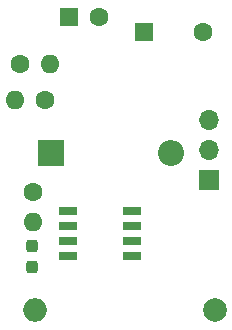
<source format=gbr>
%TF.GenerationSoftware,KiCad,Pcbnew,7.0.1*%
%TF.CreationDate,2023-05-04T19:00:15-07:00*%
%TF.ProjectId,LM2597-Adj,4c4d3235-3937-42d4-9164-6a2e6b696361,rev?*%
%TF.SameCoordinates,Original*%
%TF.FileFunction,Soldermask,Top*%
%TF.FilePolarity,Negative*%
%FSLAX46Y46*%
G04 Gerber Fmt 4.6, Leading zero omitted, Abs format (unit mm)*
G04 Created by KiCad (PCBNEW 7.0.1) date 2023-05-04 19:00:15*
%MOMM*%
%LPD*%
G01*
G04 APERTURE LIST*
G04 Aperture macros list*
%AMRoundRect*
0 Rectangle with rounded corners*
0 $1 Rounding radius*
0 $2 $3 $4 $5 $6 $7 $8 $9 X,Y pos of 4 corners*
0 Add a 4 corners polygon primitive as box body*
4,1,4,$2,$3,$4,$5,$6,$7,$8,$9,$2,$3,0*
0 Add four circle primitives for the rounded corners*
1,1,$1+$1,$2,$3*
1,1,$1+$1,$4,$5*
1,1,$1+$1,$6,$7*
1,1,$1+$1,$8,$9*
0 Add four rect primitives between the rounded corners*
20,1,$1+$1,$2,$3,$4,$5,0*
20,1,$1+$1,$4,$5,$6,$7,0*
20,1,$1+$1,$6,$7,$8,$9,0*
20,1,$1+$1,$8,$9,$2,$3,0*%
G04 Aperture macros list end*
%ADD10R,2.200000X2.200000*%
%ADD11O,2.200000X2.200000*%
%ADD12R,1.600000X1.600000*%
%ADD13C,1.600000*%
%ADD14O,1.600000X1.600000*%
%ADD15R,1.700000X1.700000*%
%ADD16O,1.700000X1.700000*%
%ADD17C,2.000000*%
%ADD18O,2.000000X2.000000*%
%ADD19RoundRect,0.237500X0.237500X-0.300000X0.237500X0.300000X-0.237500X0.300000X-0.237500X-0.300000X0*%
%ADD20R,1.528000X0.650000*%
G04 APERTURE END LIST*
D10*
%TO.C,D1*%
X163481551Y-78100872D03*
D11*
X173641551Y-78100872D03*
%TD*%
D12*
%TO.C,C5*%
X171376915Y-67848426D03*
D13*
X176376915Y-67848426D03*
%TD*%
%TO.C,R2*%
X160878104Y-70559999D03*
D14*
X163418104Y-70559999D03*
%TD*%
D15*
%TO.C,J1*%
X176855208Y-80352770D03*
D16*
X176855208Y-77812770D03*
X176855208Y-75272770D03*
%TD*%
D17*
%TO.C,L1*%
X177322931Y-91424700D03*
D18*
X162082931Y-91424700D03*
%TD*%
D13*
%TO.C,R3*%
X162966823Y-73632401D03*
D14*
X160426823Y-73632401D03*
%TD*%
D19*
%TO.C,C2*%
X161839790Y-87737588D03*
X161839790Y-86012588D03*
%TD*%
D20*
%TO.C,IC1*%
X164875831Y-82997863D03*
X164875831Y-84267863D03*
X164875831Y-85537863D03*
X164875831Y-86807863D03*
X170297831Y-86807863D03*
X170297831Y-85537863D03*
X170297831Y-84267863D03*
X170297831Y-82997863D03*
%TD*%
D13*
%TO.C,R1*%
X161916011Y-81436855D03*
D14*
X161916011Y-83976855D03*
%TD*%
D12*
%TO.C,C4*%
X165038265Y-66577536D03*
D13*
X167538265Y-66577536D03*
%TD*%
M02*

</source>
